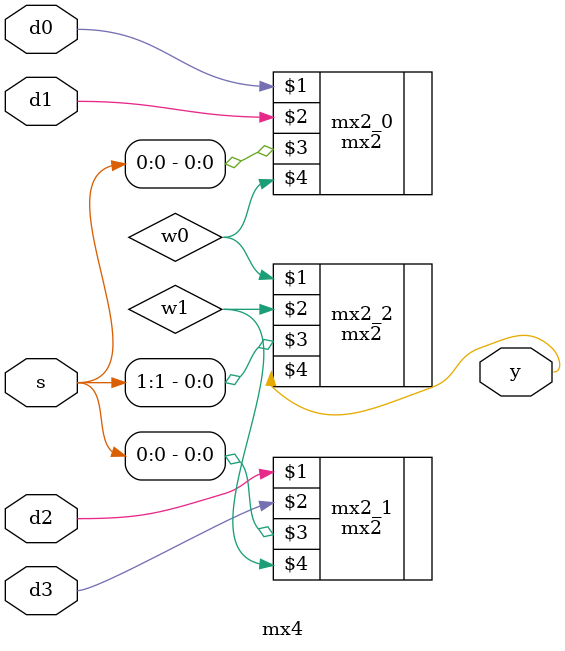
<source format=v>
module mx4(d0,d1,d2,d3,s,y); //2-to-1 MUX module

	input d0,d1,d2,d3;
	input [1:0]s;
	output y; //output y
	
	wire w0, w1;
	
	mx2 mx2_0(d0, d1, s[0], w0);
	mx2 mx2_1(d2, d3, s[0], w1);
	
	mx2 mx2_2(w0, w1, s[1], y); //construct mx4 with 3 mx2

endmodule //end MUX module

</source>
